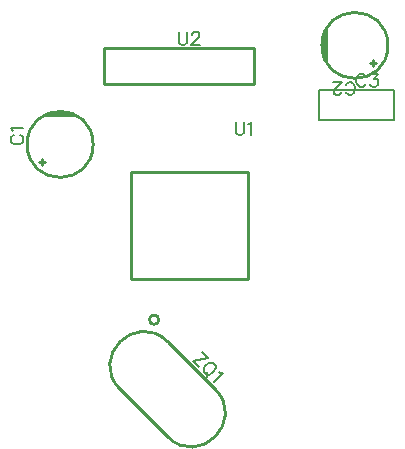
<source format=gto>
G04 Layer: TopSilkLayer*
G04 EasyEDA v6.4.19.5, 2021-05-02T15:51:48+00:00*
G04 fa95a55a5d7b4a54880c62140e65483f,df9bcaa0b1a24b1393461ff34c98d398,10*
G04 Gerber Generator version 0.2*
G04 Scale: 100 percent, Rotated: No, Reflected: No *
G04 Dimensions in millimeters *
G04 leading zeros omitted , absolute positions ,4 integer and 5 decimal *
%FSLAX45Y45*%
%MOMM*%

%ADD10C,0.2540*%
%ADD19C,0.2007*%
%ADD20C,0.1524*%

%LPD*%
D20*
X2196658Y1240284D02*
G01*
X2068240Y1214600D01*
X2145291Y1291650D02*
G01*
X2196658Y1240284D01*
X2068240Y1214600D02*
G01*
X2119607Y1163233D01*
X2242995Y1193944D02*
G01*
X2232040Y1197716D01*
X2217313Y1197716D01*
X2206355Y1193944D01*
X2191448Y1186581D01*
X2173130Y1168262D01*
X2165944Y1153533D01*
X2162172Y1142578D01*
X2162172Y1127851D01*
X2165944Y1116896D01*
X2180673Y1102166D01*
X2191628Y1098395D01*
X2206355Y1098395D01*
X2217313Y1102166D01*
X2232040Y1109352D01*
X2250358Y1127671D01*
X2257724Y1142578D01*
X2261494Y1153533D01*
X2261494Y1168262D01*
X2257724Y1179217D01*
X2242995Y1193944D01*
X2191448Y1120487D02*
G01*
X2191628Y1076485D01*
X2289335Y1118151D02*
G01*
X2300470Y1114559D01*
X2322380Y1114559D01*
X2245329Y1037508D01*
X3363722Y3491992D02*
G01*
X3369056Y3481578D01*
X3379470Y3471163D01*
X3389629Y3466084D01*
X3410458Y3466084D01*
X3420872Y3471163D01*
X3431286Y3481578D01*
X3436620Y3491992D01*
X3441700Y3507739D01*
X3441700Y3533647D01*
X3436620Y3549142D01*
X3431286Y3559555D01*
X3420872Y3569970D01*
X3410458Y3575050D01*
X3389629Y3575050D01*
X3379470Y3569970D01*
X3369056Y3559555D01*
X3363722Y3549142D01*
X3324352Y3491992D02*
G01*
X3324352Y3486912D01*
X3319018Y3476497D01*
X3313938Y3471163D01*
X3303524Y3466084D01*
X3282695Y3466084D01*
X3272281Y3471163D01*
X3267202Y3476497D01*
X3261868Y3486912D01*
X3261868Y3497326D01*
X3267202Y3507739D01*
X3277615Y3523234D01*
X3329431Y3575050D01*
X3256788Y3575050D01*
X1949450Y4001515D02*
G01*
X1949450Y3923537D01*
X1954529Y3908044D01*
X1964943Y3897629D01*
X1980691Y3892550D01*
X1991106Y3892550D01*
X2006600Y3897629D01*
X2017013Y3908044D01*
X2022093Y3923537D01*
X2022093Y4001515D01*
X2061718Y3975607D02*
G01*
X2061718Y3980687D01*
X2066797Y3991102D01*
X2072131Y3996436D01*
X2082545Y4001515D01*
X2103120Y4001515D01*
X2113534Y3996436D01*
X2118868Y3991102D01*
X2123947Y3980687D01*
X2123947Y3970273D01*
X2118868Y3959860D01*
X2108454Y3944365D01*
X2056384Y3892550D01*
X2129281Y3892550D01*
X551942Y3125978D02*
G01*
X541528Y3120644D01*
X531113Y3110229D01*
X526034Y3100070D01*
X526034Y3079242D01*
X531113Y3068828D01*
X541528Y3058413D01*
X551942Y3053079D01*
X567689Y3048000D01*
X593597Y3048000D01*
X609092Y3053079D01*
X619505Y3058413D01*
X629920Y3068828D01*
X635000Y3079242D01*
X635000Y3100070D01*
X629920Y3110229D01*
X619505Y3120644D01*
X609092Y3125978D01*
X546862Y3160268D02*
G01*
X541528Y3170681D01*
X526034Y3186176D01*
X635000Y3186176D01*
X3532377Y3620007D02*
G01*
X3527043Y3630421D01*
X3516629Y3640836D01*
X3506470Y3645915D01*
X3485641Y3645915D01*
X3475227Y3640836D01*
X3464813Y3630421D01*
X3459479Y3620007D01*
X3454400Y3604260D01*
X3454400Y3578352D01*
X3459479Y3562857D01*
X3464813Y3552444D01*
X3475227Y3542029D01*
X3485641Y3536950D01*
X3506470Y3536950D01*
X3516629Y3542029D01*
X3527043Y3552444D01*
X3532377Y3562857D01*
X3577081Y3645915D02*
G01*
X3634231Y3645915D01*
X3602990Y3604260D01*
X3618484Y3604260D01*
X3628897Y3599179D01*
X3634231Y3594100D01*
X3639311Y3578352D01*
X3639311Y3567937D01*
X3634231Y3552444D01*
X3623818Y3542029D01*
X3608070Y3536950D01*
X3592575Y3536950D01*
X3577081Y3542029D01*
X3571747Y3547110D01*
X3566668Y3557523D01*
X2432050Y3239515D02*
G01*
X2432050Y3161537D01*
X2437129Y3146044D01*
X2447543Y3135629D01*
X2463291Y3130550D01*
X2473706Y3130550D01*
X2489200Y3135629D01*
X2499613Y3146044D01*
X2504693Y3161537D01*
X2504693Y3239515D01*
X2538984Y3218687D02*
G01*
X2549397Y3224021D01*
X2565145Y3239515D01*
X2565145Y3130550D01*
G36*
X3213100Y4064000D02*
G01*
X3162300Y3962400D01*
X3162300Y3810000D01*
X3213100Y3733800D01*
G37*
G36*
X869950Y3327400D02*
G01*
X793750Y3276600D01*
X1123950Y3276600D01*
X1022350Y3327400D01*
G37*
D10*
X2258908Y975347D02*
G01*
X1855858Y1378399D01*
X1855858Y572297D02*
G01*
X1452808Y975347D01*
X3619500Y3733800D02*
G01*
X3568700Y3733800D01*
X3594100Y3708400D02*
G01*
X3594100Y3759200D01*
X1314450Y3860800D02*
G01*
X2584450Y3860800D01*
X1314450Y3556000D02*
G01*
X2584450Y3556000D01*
X1314450Y3860800D02*
G01*
X1314450Y3556000D01*
X2584450Y3860800D02*
G01*
X2584450Y3556000D01*
X793750Y2870200D02*
G01*
X793750Y2921000D01*
X768350Y2895600D02*
G01*
X819150Y2895600D01*
D19*
X3771900Y3505200D02*
G01*
X3136900Y3505200D01*
X3136900Y3251200D01*
X3771900Y3251200D01*
X3771900Y3505200D01*
D10*
X1642110Y1905000D02*
G01*
X2533650Y1905000D01*
X2533650Y2814320D01*
X1543050Y2814320D01*
X1543050Y1905000D01*
X1642110Y1905000D01*
G75*
G01*
X2258908Y975347D02*
G02*
X1855859Y572298I-202177J-200872D01*
G75*
G01*
X1452809Y975347D02*
G02*
X1855859Y1378400I201937J201114D01*
G75*
G01
X3721100Y3886200D02*
G03X3721100Y3886200I-279400J0D01*
G75*
G01
X1225550Y3048000D02*
G03X1225550Y3048000I-279400J0D01*
G75*
G01
X1781810Y1564640D02*
G03X1781810Y1564640I-40640J0D01*
M02*

</source>
